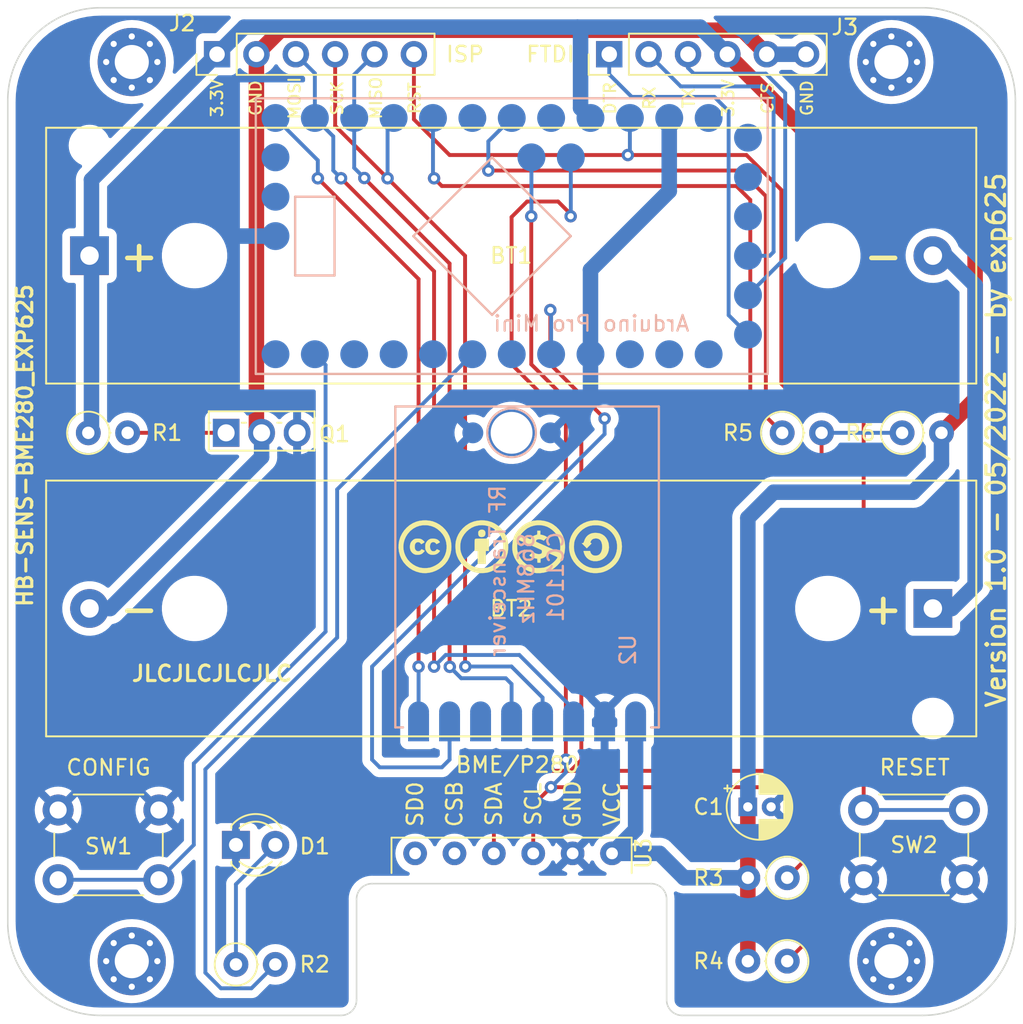
<source format=kicad_pcb>
(kicad_pcb (version 20211014) (generator pcbnew)
  (title_block (title "HB-SENS-BME280_EXP625") (date "2022-05-02") (rev "1.0") (company "exp625") (comment 1 "specific to one bme280 chip, everything else removed") (comment 2 "surface mount installation of the the modules") (comment 3 "derived from FUEL4EP's HB-UNI-SEN-BATT_FUEL4EP: major changes:") (comment 4 "Creative Commons License, non-commercial"))
  (layers (0 "F.Cu" signal) (31 "B.Cu" signal) (34 "B.Paste" user) (35 "F.Paste" user) (36 "B.SilkS" user "B.Silkscreen") (37 "F.SilkS" user "F.Silkscreen") (38 "B.Mask" user) (39 "F.Mask" user) (44 "Edge.Cuts" user))
  (net 0 "")
  (net 1 "VCC")
  (net 2 "Net-(BT1-Pad2)")
  (net 3 "Net-(D1-Pad2)")
  (net 4 "GND")
  (net 5 "/MOSI")
  (net 6 "/SCK")
  (net 7 "/MISO")
  (net 8 "/RST")
  (net 9 "/SCL")
  (net 10 "/SDA")
  (net 11 "/SS")
  (net 12 "/RX")
  (net 13 "/D2")
  (net 14 "/TX")
  (net 15 "Net-(R2-Pad2)")
  (net 16 "/A2")
  (net 27 "/A0")
  (net 29 "Net-(SW1-Pad2)")
  (net 36 "Net-(Q1-Pad1)")
  (net 38 "/DTR")
  (net 41 "/CTS")
  (footprint "Capacitor_THT:CP_Radial_D4.0mm_P1.50mm" (layer "F.Cu") (at 160.34 114.3)
    (fp_text reference "C1" (at -2.54 0) (layer "F.SilkS"))
    (fp_text value "10uF")
    (pad "1" thru_hole rect (at 0 0) (size 1.2 1.2) (drill 0.6) (layers *.Cu *.Mask) (net 1 "VCC"))
    (pad "2" thru_hole circle (at 1.5 0) (size 1.2 1.2) (drill 0.6) (layers *.Cu *.Mask) (net 4 "GND"))
  )
  (footprint "HB-SEN-BME280_EXP625:BatterHolder_6S-AA" (layer "F.Cu") (at 145.075 101.5 180)
    (fp_text reference "BT2" (at 0 0 180) (layer "F.SilkS"))
    (fp_text value "AA")
    (fp_text user "+" (at -24 0 180) (layer "F.SilkS") (effects (font (size 2 2) (thickness 0.3))))
    (fp_text user "-" (at 24 0 180) (layer "F.SilkS") (effects (font (size 2 2) (thickness 0.3))))
    (pad "" np_thru_hole circle (at -27.2 -7.1 180) (size 1.67 1.67) (drill 1.67) (layers *.Cu *.Mask))
    (pad "" np_thru_hole circle (at -20.425 0 180) (size 3.2 3.2) (drill 3.2) (layers *.Cu *.Mask))
    (pad "" np_thru_hole circle (at 20.425 0 180) (size 3.2 3.2) (drill 3.2) (layers *.Cu *.Mask))
    (pad "1" thru_hole rect (at -27.2 0) (size 2.5 2.5) (drill 1.19) (layers *.Cu *.Mask) (net 2 "Net-(BT1-Pad2)"))
    (pad "2" thru_hole circle (at 27.2 0) (size 2.5 2.5) (drill 1.19) (layers *.Cu *.Mask) (net 41 "/CTS"))
  )
  (footprint "Connector_PinHeader_2.54mm:PinHeader_1x06_P2.54mm_Vertical" (layer "F.Cu") (at 151.4 65.75 90)
    (fp_text reference "J3" (at 1.75 15.2) (layer "F.SilkS"))
    (fp_text value "FTDI" (at 0 -3.8) (layer "F.SilkS"))
    (fp_text user "TX" (at -2.83 5.13 90 unlocked) (layer "F.SilkS") (effects (font (size 0.75 0.75) (thickness 0.125))))
    (fp_text user "RX" (at -2.83 2.59 90 unlocked) (layer "F.SilkS") (effects (font (size 0.75 0.75) (thickness 0.125))))
    (fp_text user "DTR" (at -2.83 0.05 90 unlocked) (layer "F.SilkS") (effects (font (size 0.75 0.75) (thickness 0.125))))
    (fp_text user "CTS" (at -2.83 10.21 90 unlocked) (layer "F.SilkS") (effects (font (size 0.75 0.75) (thickness 0.125))))
    (fp_text user "3.3V" (at -2.83 7.67 90 unlocked) (layer "F.SilkS") (effects (font (size 0.75 0.75) (thickness 0.125))))
    (fp_text user "GND" (at -2.83 12.75 90 unlocked) (layer "F.SilkS") (effects (font (size 0.75 0.75) (thickness 0.125))))
    (pad "1" thru_hole rect (at 0 0 90) (size 1.7 1.7) (drill 1) (layers *.Cu *.Mask) (net 38 "/DTR"))
    (pad "2" thru_hole oval (at 0 2.54 90) (size 1.7 1.7) (drill 1) (layers *.Cu *.Mask) (net 12 "/RX"))
    (pad "3" thru_hole oval (at 0 5.08 90) (size 1.7 1.7) (drill 1) (layers *.Cu *.Mask) (net 14 "/TX"))
    (pad "4" thru_hole oval (at 0 7.62 90) (size 1.7 1.7) (drill 1) (layers *.Cu *.Mask) (net 1 "VCC"))
    (pad "5" thru_hole oval (at 0 10.16 90) (size 1.7 1.7) (drill 1) (layers *.Cu *.Mask) (net 41 "/CTS"))
    (pad "6" thru_hole oval (at 0 12.7 90) (size 1.7 1.7) (drill 1) (layers *.Cu *.Mask) (net 41 "/CTS"))
  )
  (footprint "MountingHole:MountingHole_2.2mm_M2_Pad_Via" (layer "F.Cu") (at 120.6 66.25)
    (fp_text reference "H1" hide)
    (fp_text value "MountingHole")
    (pad "1" thru_hole circle (at -1.166726 -1.166726) (size 0.7 0.7) (drill 0.4) (layers *.Cu *.Mask))
    (pad "1" thru_hole circle (at 1.166726 1.166726) (size 0.7 0.7) (drill 0.4) (layers *.Cu *.Mask))
    (pad "1" thru_hole circle (at -1.65 0) (size 0.7 0.7) (drill 0.4) (layers *.Cu *.Mask))
    (pad "1" thru_hole circle (at -1.166726 1.166726) (size 0.7 0.7) (drill 0.4) (layers *.Cu *.Mask))
    (pad "1" thru_hole circle (at 0 0) (size 4.4 4.4) (drill 2.2) (layers *.Cu *.Mask))
    (pad "1" thru_hole circle (at 0 1.65) (size 0.7 0.7) (drill 0.4) (layers *.Cu *.Mask))
    (pad "1" thru_hole circle (at 0 -1.65) (size 0.7 0.7) (drill 0.4) (layers *.Cu *.Mask))
    (pad "1" thru_hole circle (at 1.65 0) (size 0.7 0.7) (drill 0.4) (layers *.Cu *.Mask))
    (pad "1" thru_hole circle (at 1.166726 -1.166726) (size 0.7 0.7) (drill 0.4) (layers *.Cu *.Mask))
  )
  (footprint "Resistor_THT:R_Axial_DIN0207_L6.3mm_D2.5mm_P2.54mm_Vertical" (layer "F.Cu") (at 162.88 124.25 180)
    (fp_text reference "R4" (at 5.08 0) (layer "F.SilkS"))
    (fp_text value "10k")
    (pad "1" thru_hole circle (at 0 0 180) (size 1.6 1.6) (drill 0.8) (layers *.Cu *.Mask) (net 10 "/SDA"))
    (pad "2" thru_hole oval (at 2.54 0 180) (size 1.6 1.6) (drill 0.8) (layers *.Cu *.Mask) (net 1 "VCC"))
  )
  (footprint "HB-SEN-BME280_EXP625:CC-BY-ND-SA" (layer "F.Cu") (at 145 97.5)
    (fp_text reference "LOGO1" hide)
    (fp_text value "Logo_Open_Hardware_Small" hide)
  )
  (footprint "Package_TO_SOT_THT:TO-251-3_Vertical" (layer "F.Cu") (at 126.685 90.17)
    (fp_text reference "Q1" (at 6.985 0.08) (layer "F.SilkS"))
    (fp_text value "IRLU024N")
    (pad "1" thru_hole rect (at 0 0) (size 1.7175 1.8) (drill 1.1) (layers *.Cu *.Mask) (net 36 "Net-(Q1-Pad1)"))
    (pad "2" thru_hole oval (at 2.29 0) (size 1.7175 1.8) (drill 1.1) (layers *.Cu *.Mask) (net 41 "/CTS"))
    (pad "3" thru_hole oval (at 4.58 0) (size 1.7175 1.8) (drill 1.1) (layers *.Cu *.Mask) (net 4 "GND"))
  )
  (footprint "Resistor_THT:R_Axial_DIN0207_L6.3mm_D2.5mm_P2.54mm_Vertical" (layer "F.Cu") (at 170.29 90.17)
    (fp_text reference "R6" (at -2.69 0) (layer "F.SilkS"))
    (fp_text value "47k")
    (pad "1" thru_hole circle (at 0 0) (size 1.6 1.6) (drill 0.8) (layers *.Cu *.Mask) (net 27 "/A0"))
    (pad "2" thru_hole oval (at 2.54 0) (size 1.6 1.6) (drill 0.8) (layers *.Cu *.Mask) (net 1 "VCC"))
  )
  (footprint "MountingHole:MountingHole_2.2mm_M2_Pad_Via" (layer "F.Cu") (at 169.6 124.25)
    (fp_text reference "H4" hide)
    (fp_text value "MountingHole")
    (pad "1" thru_hole circle (at -1.65 0) (size 0.7 0.7) (drill 0.4) (layers *.Cu *.Mask))
    (pad "1" thru_hole circle (at -1.166726 1.166726) (size 0.7 0.7) (drill 0.4) (layers *.Cu *.Mask))
    (pad "1" thru_hole circle (at 1.65 0) (size 0.7 0.7) (drill 0.4) (layers *.Cu *.Mask))
    (pad "1" thru_hole circle (at 0 1.65) (size 0.7 0.7) (drill 0.4) (layers *.Cu *.Mask))
    (pad "1" thru_hole circle (at 0 0) (size 4.4 4.4) (drill 2.2) (layers *.Cu *.Mask))
    (pad "1" thru_hole circle (at -1.166726 -1.166726) (size 0.7 0.7) (drill 0.4) (layers *.Cu *.Mask))
    (pad "1" thru_hole circle (at 0 -1.65) (size 0.7 0.7) (drill 0.4) (layers *.Cu *.Mask))
    (pad "1" thru_hole circle (at 1.166726 1.166726) (size 0.7 0.7) (drill 0.4) (layers *.Cu *.Mask))
    (pad "1" thru_hole circle (at 1.166726 -1.166726) (size 0.7 0.7) (drill 0.4) (layers *.Cu *.Mask))
  )
  (footprint "Resistor_THT:R_Axial_DIN0207_L6.3mm_D2.5mm_P2.54mm_Vertical" (layer "F.Cu") (at 162.88 118.872 180)
    (fp_text reference "R3" (at 5.08 0) (layer "F.SilkS"))
    (fp_text value "10k")
    (pad "1" thru_hole circle (at 0 0 180) (size 1.6 1.6) (drill 0.8) (layers *.Cu *.Mask) (net 9 "/SCL"))
    (pad "2" thru_hole oval (at 2.54 0 180) (size 1.6 1.6) (drill 0.8) (layers *.Cu *.Mask) (net 1 "VCC"))
  )
  (footprint "HB-SEN-BME280_EXP625:module_bme280" (layer "F.Cu") (at 139.131 122.377 -90)
    (fp_text reference "U3" (at -5.08 -14.478 -90) (layer "F.SilkS"))
    (fp_text value "BME280")
    (fp_text user "GND" (at -8.255 -9.906 -90) (layer "F.SilkS"))
    (fp_text user "SD0" (at -8.255 0.254 -90) (layer "F.SilkS"))
    (fp_text user "CSB" (at -8.255 -2.286 -90) (layer "F.SilkS"))
    (fp_text user "SDA" (at -8.255 -4.826 -90) (layer "F.SilkS"))
    (fp_text user "VCC" (at -8.255 -12.446 -90) (layer "F.SilkS"))
    (fp_text user "BME/P280" (at -10.795 -6.35 -180) (layer "F.SilkS"))
    (fp_text user "SCL" (at -8.255 -7.366 -90) (layer "F.SilkS"))
    (pad "1" thru_hole circle (at -5.08 -12.446 270) (size 1.524 1.524) (drill 0.762) (layers *.Cu *.Mask) (net 1 "VCC"))
    (pad "2" thru_hole circle (at -5.08 -9.906 270) (size 1.524 1.524) (drill 0.762) (layers *.Cu *.Mask) (net 4 "GND"))
    (pad "3" thru_hole circle (at -5.08 -7.366 270) (size 1.524 1.524) (drill 0.762) (layers *.Cu *.Mask) (net 9 "/SCL"))
    (pad "4" thru_hole circle (at -5.08 -4.826 270) (size 1.524 1.524) (drill 0.762) (layers *.Cu *.Mask) (net 10 "/SDA"))
    (pad "5" thru_hole circle (at -5.08 -2.286 270) (size 1.524 1.524) (drill 0.762) (layers *.Cu *.Mask))
    (pad "6" thru_hole circle (at -5.08 0.254 270) (size 1.524 1.524) (drill 0.762) (layers *.Cu *.Mask))
  )
  (footprint "LED_THT:LED_D3.0mm" (layer "F.Cu") (at 127.32 116.75)
    (fp_text reference "D1" (at 5.08 0.09) (layer "F.SilkS"))
    (fp_text value "LED")
    (pad "1" thru_hole rect (at 0 0) (size 1.8 1.8) (drill 0.9) (layers *.Cu *.Mask) (net 4 "GND"))
    (pad "2" thru_hole circle (at 2.54 0) (size 1.8 1.8) (drill 0.9) (layers *.Cu *.Mask) (net 3 "Net-(D1-Pad2)"))
  )
  (footprint "Button_Switch_THT:SW_PUSH_6mm_H5mm" (layer "F.Cu") (at 115.85 114.5)
    (fp_text reference "SW1" (at 3.25 2.34) (layer "F.SilkS"))
    (fp_text value "CONFIG" (at 3.25 -2.74) (layer "F.SilkS"))
    (pad "1" thru_hole circle (at 6.5 0 90) (size 2 2) (drill 1.1) (layers *.Cu *.Mask) (net 4 "GND"))
    (pad "1" thru_hole circle (at 0 0 90) (size 2 2) (drill 1.1) (layers *.Cu *.Mask) (net 4 "GND"))
    (pad "2" thru_hole circle (at 6.5 4.5 90) (size 2 2) (drill 1.1) (layers *.Cu *.Mask) (net 29 "Net-(SW1-Pad2)"))
    (pad "2" thru_hole circle (at 0 4.5 90) (size 2 2) (drill 1.1) (layers *.Cu *.Mask) (net 29 "Net-(SW1-Pad2)"))
  )
  (footprint "Button_Switch_THT:SW_PUSH_6mm_H5mm" (layer "F.Cu") (at 167.81 114.5)
    (fp_text reference "SW2" (at 3.25 2.25) (layer "F.SilkS"))
    (fp_text value "RESET" (at 3.29 -2.75) (layer "F.SilkS"))
    (pad "1" thru_hole circle (at 6.5 0 90) (size 2 2) (drill 1.1) (layers *.Cu *.Mask) (net 8 "/RST"))
    (pad "1" thru_hole circle (at 0 0 90) (size 2 2) (drill 1.1) (layers *.Cu *.Mask) (net 8 "/RST"))
    (pad "2" thru_hole circle (at 0 4.5 90) (size 2 2) (drill 1.1) (layers *.Cu *.Mask) (net 4 "GND"))
    (pad "2" thru_hole circle (at 6.5 4.5 90) (size 2 2) (drill 1.1) (layers *.Cu *.Mask) (net 4 "GND"))
  )
  (footprint "Resistor_THT:R_Axial_DIN0207_L6.3mm_D2.5mm_P2.54mm_Vertical" (layer "F.Cu") (at 162.555 90.17)
    (fp_text reference "R5" (at -2.85 0) (layer "F.SilkS"))
    (fp_text value "100k")
    (pad "1" thru_hole circle (at 0 0) (size 1.6 1.6) (drill 0.8) (layers *.Cu *.Mask) (net 16 "/A2"))
    (pad "2" thru_hole oval (at 2.54 0) (size 1.6 1.6) (drill 0.8) (layers *.Cu *.Mask) (net 27 "/A0"))
  )
  (footprint "Resistor_THT:R_Axial_DIN0207_L6.3mm_D2.5mm_P2.54mm_Vertical" (layer "F.Cu") (at 117.795 90.17)
    (fp_text reference "R1" (at 5.08 0) (layer "F.SilkS"))
    (fp_text value "100K")
    (pad "1" thru_hole circle (at 0 0) (size 1.6 1.6) (drill 0.8) (layers *.Cu *.Mask) (net 1 "VCC"))
    (pad "2" thru_hole oval (at 2.54 0) (size 1.6 1.6) (drill 0.8) (layers *.Cu *.Mask) (net 36 "Net-(Q1-Pad1)"))
  )
  (footprint "MountingHole:MountingHole_2.2mm_M2_Pad_Via" (layer "F.Cu") (at 169.6 66.25)
    (fp_text reference "H2" hide)
    (fp_text value "MountingHole")
    (pad "1" thru_hole circle (at -1.166726 1.166726) (size 0.7 0.7) (drill 0.4) (layers *.Cu *.Mask))
    (pad "1" thru_hole circle (at -1.166726 -1.166726) (size 0.7 0.7) (drill 0.4) (layers *.Cu *.Mask))
    (pad "1" thru_hole circle (at 1.65 0) (size 0.7 0.7) (drill 0.4) (layers *.Cu *.Mask))
    (pad "1" thru_hole circle (at 0 -1.65) (size 0.7 0.7) (drill 0.4) (layers *.Cu *.Mask))
    (pad "1" thru_hole circle (at 0 0) (size 4.4 4.4) (drill 2.2) (layers *.Cu *.Mask))
    (pad "1" thru_hole circle (at 0 1.65) (size 0.7 0.7) (drill 0.4) (layers *.Cu *.Mask))
    (pad "1" thru_hole circle (at 1.166726 1.166726) (size 0.7 0.7) (drill 0.4) (layers *.Cu *.Mask))
    (pad "1" thru_hole circle (at -1.65 0) (size 0.7 0.7) (drill 0.4) (layers *.Cu *.Mask))
    (pad "1" thru_hole circle (at 1.166726 -1.166726) (size 0.7 0.7) (drill 0.4) (layers *.Cu *.Mask))
  )
  (footprint "MountingHole:MountingHole_2.2mm_M2_Pad_Via" (layer "F.Cu") (at 120.6 124.25)
    (fp_text reference "H3" hide)
    (fp_text value "MountingHole")
    (pad "1" thru_hole circle (at -1.166726 -1.166726) (size 0.7 0.7) (drill 0.4) (layers *.Cu *.Mask))
    (pad "1" thru_hole circle (at 0 1.65) (size 0.7 0.7) (drill 0.4) (layers *.Cu *.Mask))
    (pad "1" thru_hole circle (at -1.65 0) (size 0.7 0.7) (drill 0.4) (layers *.Cu *.Mask))
    (pad "1" thru_hole circle (at 1.65 0) (size 0.7 0.7) (drill 0.4) (layers *.Cu *.Mask))
    (pad "1" thru_hole circle (at 1.166726 1.166726) (size 0.7 0.7) (drill 0.4) (layers *.Cu *.Mask))
    (pad "1" thru_hole circle (at 0 0) (size 4.4 4.4) (drill 2.2) (layers *.Cu *.Mask))
    (pad "1" thru_hole circle (at 1.166726 -1.166726) (size 0.7 0.7) (drill 0.4) (layers *.Cu *.Mask))
    (pad "1" thru_hole circle (at -1.166726 1.166726) (size 0.7 0.7) (drill 0.4) (layers *.Cu *.Mask))
    (pad "1" thru_hole circle (at 0 -1.65) (size 0.7 0.7) (drill 0.4) (layers *.Cu *.Mask))
  )
  (footprint "HB-SEN-BME280_EXP625:BatterHolder_6S-AA" (layer "F.Cu") (at 145.075 78.74)
    (fp_text reference "BT1" (at 0 0) (layer "F.SilkS"))
    (fp_text value "AA")
    (fp_text user "+" (at -24 0) (layer "F.SilkS") (effects (font (size 2 2) (thickness 0.3))))
    (fp_text user "-" (at 24 0) (layer "F.SilkS") (effects (font (size 2 2) (thickness 0.3))))
    (pad "" np_thru_hole circle (at 20.425 0) (size 3.2 3.2) (drill 3.2) (layers *.Cu *.Mask))
    (pad "" np_thru_hole circle (at -27.2 -7.1) (size 1.67 1.67) (drill 1.67) (layers *.Cu *.Mask))
    (pad "" np_thru_hole circle (at -20.425 0) (size 3.2 3.2) (drill 3.2) (layers *.Cu *.Mask))
    (pad "1" thru_hole rect (at -27.2 0 180) (size 2.5 2.5) (drill 1.19) (layers *.Cu *.Mask) (net 1 "VCC"))
    (pad "2" thru_hole circle (at 27.2 0 180) (size 2.5 2.5) (drill 1.19) (layers *.Cu *.Mask) (net 2 "Net-(BT1-Pad2)"))
  )
  (footprint "Resistor_THT:R_Axial_DIN0207_L6.3mm_D2.5mm_P2.54mm_Vertical" (layer "F.Cu") (at 127.32 124.46)
    (fp_text reference "R2" (at 5.08 0) (layer "F.SilkS"))
    (fp_text value "470")
    (pad "1" thru_hole circle (at 0 0) (size 1.6 1.6) (drill 0.8) (layers *.Cu *.Mask) (net 3 "Net-(D1-Pad2)"))
    (pad "2" thru_hole oval (at 2.54 0) (size 1.6 1.6) (drill 0.8) (layers *.Cu *.Mask) (net 15 "Net-(R2-Pad2)"))
  )
  (footprint "Connector_PinHeader_2.54mm:PinHeader_1x06_P2.54mm_Vertical" (layer "F.Cu") (at 126.1 65.75 90)
    (fp_text reference "J2" (at 2 -2.25) (layer "F.SilkS"))
    (fp_text value "ISP" (at 0 16) (layer "F.SilkS"))
    (fp_text user "MISO" (at -2.83 10.25 90 unlocked) (layer "F.SilkS") (effects (font (size 0.75 0.75) (thickness 0.125))))
    (fp_text user "GND" (at -2.83 2.49 90 unlocked) (layer "F.SilkS") (effects (font (size 0.75 0.75) (thickness 0.125))))
    (fp_text user "SCK" (at -2.83 7.75 90 unlocked) (layer "F.SilkS") (effects (font (size 0.75 0.75) (thickness 0.125))))
    (fp_text user "3.3V" (at -2.83 0 90 unlocked) (layer "F.SilkS") (effects (font (size 0.75 0.75) (thickness 0.125))))
    (fp_text user "RST" (at -2.83 12.75 90 unlocked) (layer "F.SilkS") (effects (font (size 0.75 0.75) (thickness 0.125))))
    (fp_text user "MOSI" (at -2.83 5 90 unlocked) (layer "F.SilkS") (effects (font (size 0.75 0.75) (thickness 0.125))))
    (pad "1" thru_hole rect (at 0 0 90) (size 1.7 1.7) (drill 1) (layers *.Cu *.Mask) (net 1 "VCC"))
    (pad "2" thru_hole oval (at 0 2.54 90) (size 1.7 1.7) (drill 1) (layers *.Cu *.Mask) (net 41 "/CTS"))
    (pad "3" thru_hole oval (at 0 5.08 90) (size 1.7 1.7) (drill 1) (layers *.Cu *.Mask) (net 5 "/MOSI"))
    (pad "4" thru_hole oval (at 0 7.62 90) (size 1.7 1.7) (drill 1) (layers *.Cu *.Mask) (net 6 "/SCK"))
    (pad "5" thru_hole oval (at 0 10.16 90) (size 1.7 1.7) (drill 1) (layers *.Cu *.Mask) (net 7 "/MISO"))
    (pad "6" thru_hole oval (at 0 12.7 90) (size 1.7 1.7) (drill 1) (layers *.Cu *.Mask) (net 8 "/RST"))
  )
  (footprint "HB-SEN-BME280_EXP625:ArduinoProMini" (layer "B.Cu") (at 128.6 86.37)
    (fp_text reference "U1" hide)
    (fp_text value "Arduino_Pro_Mini_328P")
    (fp_text user "Arduino Pro Mini" (at 21.65 -3.25 180) (layer "B.SilkS") (effects (justify mirror)))
    (pad "1A" smd circle (at 29.21 -16.51) (size 1.8 1.8) (layers "B.Cu" "B.Paste" "B.Mask"))
    (pad "1B" smd circle (at 1.27 -8.89) (size 1.8 1.8) (layers "B.Cu" "B.Paste" "B.Mask") (net 4 "GND"))
    (pad "1C" smd circle (at 29.21 -1.27) (size 1.8 1.8) (layers "B.Cu" "B.Paste" "B.Mask"))
    (pad "1D" smd circle (at 31.75 -2.54) (size 1.8 1.8) (layers "B.Cu" "B.Paste" "B.Mask") (net 38 "/DTR"))
    (pad "1E" smd circle (at 20.32 -13.97) (size 1.8 1.8) (layers "B.Cu" "B.Paste" "B.Mask") (net 9 "/SCL"))
    (pad "2A" smd circle (at 26.67 -16.51) (size 1.8 1.8) (layers "B.Cu" "B.Paste" "B.Mask") (net 4 "GND"))
    (pad "2B" smd circle (at 1.27 -11.43) (size 1.8 1.8) (layers "B.Cu" "B.Paste" "B.Mask"))
    (pad "2C" smd circle (at 26.67 -1.27) (size 1.8 1.8) (layers "B.Cu" "B.Paste" "B.Mask"))
    (pad "2D" smd circle (at 31.75 -5.08) (size 1.8 1.8) (layers "B.Cu" "B.Paste" "B.Mask") (net 14 "/TX"))
    (pad "2E" smd circle (at 17.78 -13.97) (size 1.8 1.8) (layers "B.Cu" "B.Paste" "B.Mask") (net 10 "/SDA"))
    (pad "3A" smd circle (at 24.13 -16.51) (size 1.8 1.8) (layers "B.Cu" "B.Paste" "B.Mask") (net 8 "/RST"))
    (pad "3B" smd circle (at 1.27 -13.97) (size 1.8 1.8) (layers "B.Cu" "B.Paste" "B.Mask"))
    (pad "3C" smd circle (at 24.13 -1.27) (size 1.8 1.8) (layers "B.Cu" "B.Paste" "B.Mask"))
    (pad "3D" smd circle (at 31.75 -7.62) (size 1.8 1.8) (layers "B.Cu" "B.Paste" "B.Mask") (net 12 "/RX"))
    (pad "4A" smd circle (at 21.59 -16.51) (size 1.8 1.8) (layers "B.Cu" "B.Paste" "B.Mask") (net 1 "VCC"))
    (pad "4C" smd circle (at 21.59 -1.27) (size 1.8 1.8) (layers "B.Cu" "B.Paste" "B.Mask") (net 4 "GND"))
    (pad "4D" smd circle (at 31.75 -10.16) (size 1.8 1.8) (layers "B.Cu" "B.Paste" "B.Mask"))
    (pad "5A" smd circle (at 19.05 -16.51) (size 1.8 1.8) (layers "B.Cu" "B.Paste" "B.Mask"))
    (pad "5C" smd circle (at 19.05 -1.27) (size 1.8 1.8) (layers "B.Cu" "B.Paste" "B.Mask") (net 13 "/D2"))
    (pad "5D" smd circle (at 31.75 -12.7) (size 1.8 1.8) (layers "B.Cu" "B.Paste" "B.Mask"))
    (pad "6A" smd circle (at 16.51 -16.51) (size 1.8 1.8) (layers "B.Cu" "B.Paste" "B.Mask") (net 16 "/A2"))
    (pad "6C" smd circle (at 16.51 -1.27) (size 1.8 1.8) (layers "B.Cu" "B.Paste" "B.Mask"))
    (pad "6D" smd circle (at 31.75 -15.24) (size 1.8 1.8) (layers "B.Cu" "B.Paste" "B.Mask"))
    (pad "7A" smd circle (at 13.97 -16.51) (size 1.8 1.8) (layers "B.Cu" "B.Paste" "B.Mask"))
    (pad "7C" smd circle (at 13.97 -1.27) (size 1.8 1.8) (layers "B.Cu" "B.Paste" "B.Mask") (net 15 "Net-(R2-Pad2)"))
    (pad "8A" smd circle (at 11.43 -16.51) (size 1.8 1.8) (layers "B.Cu" "B.Paste" "B.Mask") (net 27 "/A0"))
    (pad "8C" smd circle (at 11.43 -1.27) (size 1.8 1.8) (layers "B.Cu" "B.Paste" "B.Mask"))
    (pad "9A" smd circle (at 8.89 -16.51) (size 1.8 1.8) (layers "B.Cu" "B.Paste" "B.Mask") (net 6 "/SCK"))
    (pad "9C" smd circle (at 8.89 -1.27) (size 1.8 1.8) (layers "B.Cu" "B.Paste" "B.Mask"))
    (pad "10A" smd circle (at 6.35 -16.51) (size 1.8 1.8) (layers "B.Cu" "B.Paste" "B.Mask") (net 7 "/MISO"))
    (pad "10C" smd circle (at 6.35 -1.27) (size 1.8 1.8) (layers "B.Cu" "B.Paste" "B.Mask"))
    (pad "11A" smd circle (at 3.81 -16.51) (size 1.8 1.8) (layers "B.Cu" "B.Paste" "B.Mask") (net 5 "/MOSI"))
    (pad "11C" smd circle (at 3.81 -1.27) (size 1.8 1.8) (layers "B.Cu" "B.Paste" "B.Mask") (net 29 "Net-(SW1-Pad2)"))
    (pad "12A" smd circle (at 1.27 -16.51) (size 1.8 1.8) (layers "B.Cu" "B.Paste" "B.Mask") (net 11 "/SS"))
    (pad "12C" smd circle (at 1.27 -1.27) (size 1.8 1.8) (layers "B.Cu" "B.Paste" "B.Mask"))
  )
  (footprint "HB-SEN-BME280_EXP625:CC1101" (layer "B.Cu") (at 154.6 110.67 90)
    (fp_text reference "U2" (at 6.5 -2 270) (layer "B.SilkS") (effects (justify mirror)))
    (fp_text value "CC1101")
    (fp_text user "CC1101" (at 11.2 -6.65 270) (layer "B.SilkS") (effects (justify mirror)))
    (fp_text user "868MHz" (at 11.1 -8.55 270) (layer "B.SilkS") (effects (justify mirror)))
    (fp_text user "RF Transceiver" (at 11.6 -10.4 270) (layer "B.SilkS") (effects (justify mirror)))
    (pad "1A" smd circle (at 20.5 -7 90) (size 1.35 1.35) (layers "B.Cu" "B.Paste" "B.Mask") (net 4 "GND"))
    (pad "1C" smd circle (at 2.5 -1.5 90) (size 1.35 1.35) (layers "B.Cu" "B.Paste" "B.Mask") (net 1 "VCC"))
    (pad "1C" connect rect (at 1.5 -1.5 90) (size 1.8 1.35) (layers "B.Cu" "B.Mask") (net 1 "VCC"))
    (pad "2A" thru_hole circle (at 20.5 -9.5 90) (size 3 3) (drill 2.7) (layers *.Cu *.Mask))
    (pad "2C" smd circle (at 2.5 -3.5 90) (size 1.35 1.35) (layers "B.Cu" "B.Paste" "B.Mask") (net 4 "GND"))
    (pad "2C" connect rect (at 1.5 -3.5 90) (size 1.8 1.35) (layers "B.Cu" "B.Mask") (net 4 "GND"))
    (pad "3A" smd circle (at 20.5 -12 90) (size 1.35 1.35) (layers "B.Cu" "B.Paste" "B.Mask") (net 4 "GND"))
    (pad "3C" smd circle (at 2.5 -5.5 90) (size 1.35 1.35) (layers "B.Cu" "B.Paste" "B.Mask") (net 5 "/MOSI"))
    (pad "3C" connect rect (at 1.5 -5.5 90) (size 1.8 1.35) (layers "B.Cu" "B.Mask") (net 5 "/MOSI"))
    (pad "4C" smd circle (at 2.5 -7.5 90) (size 1.35 1.35) (layers "B.Cu" "B.Paste" "B.Mask") (net 6 "/SCK"))
    (pad "4C" connect rect (at 1.5 -7.5 90) (size 1.8 1.35) (layers "B.Cu" "B.Mask") (net 6 "/SCK"))
    (pad "5C" smd circle (at 2.5 -9.5 90) (size 1.35 1.35) (layers "B.Cu" "B.Paste" "B.Mask") (net 7 "/MISO"))
    (pad "5C" connect rect (at 1.5 -9.5 90) (size 1.8 1.35) (layers "B.Cu" "B.Mask") (net 7 "/MISO"))
    (pad "6C" connect rect (at 1.5 -11.5 90) (size 1.8 1.35) (layers "B.Cu" "B.Mask"))
    (pad "6C" smd circle (at 2.5 -11.5 90) (size 1.35 1.35) (layers "B.Cu" "B.Paste" "B.Mask"))
    (pad "7C" connect rect (at 1.5 -13.5 90) (size 1.8 1.35) (layers "B.Cu" "B.Mask") (net 13 "/D2"))
    (pad "7C" smd circle (at 2.5 -13.5 90) (size 1.35 1.35) (layers "B.Cu" "B.Paste" "B.Mask") (net 13 "/D2"))
    (pad "8C" connect rect (at 1.5 -15.5 90) (size 1.8 1.35) (layers "B.Cu" "B.Mask") (net 11 "/SS"))
    (pad "8C" smd circle (at 2.5 -15.5 90) (size 1.35 1.35) (layers "B.Cu" "B.Paste" "B.Mask") (net 11 "/SS"))
  )
  (gr_arc (start 154.1 119.25) (mid 154.807107 119.542893) (end 155.1 120.25) (layer "Edge.Cuts") (width 0.1))
  (gr_arc (start 171.6 62.75) (mid 175.842641 64.507359) (end 177.6 68.75) (layer "Edge.Cuts") (width 0.1))
  (gr_arc (start 177.6 121.75) (mid 175.842641 125.992641) (end 171.6 127.75) (layer "Edge.Cuts") (width 0.1))
  (gr_line (start 136.1 119.25) (end 154.1 119.25) (layer "Edge.Cuts") (width 0.1))
  (gr_arc (start 112.6 68.75) (mid 114.357359 64.507359) (end 118.6 62.75) (layer "Edge.Cuts") (width 0.1))
  (gr_line (start 135.1 126.75) (end 135.1 120.25) (layer "Edge.Cuts") (width 0.1))
  (gr_line (start 155.1 120.25) (end 155.1 126.75) (layer "Edge.Cuts") (width 0.1))
  (gr_line (start 177.6 68.75) (end 177.6 121.75) (layer "Edge.Cuts") (width 0.1))
  (gr_line (start 112.6 68.75) (end 112.6 121.75) (layer "Edge.Cuts") (width 0.1))
  (gr_arc (start 135.1 120.25) (mid 135.392893 119.542893) (end 136.1 119.25) (layer "Edge.Cuts") (width 0.1))
  (gr_arc (start 156.1 127.75) (mid 155.392893 127.457107) (end 155.1 126.75) (layer "Edge.Cuts") (width 0.1))
  (gr_line (start 156.1 127.75) (end 171.6 127.75) (layer "Edge.Cuts") (width 0.1))
  (gr_arc (start 135.1 126.75) (mid 134.807107 127.457107) (end 134.1 127.75) (layer "Edge.Cuts") (width 0.1))
  (gr_arc (start 118.6 127.75) (mid 114.357359 125.992641) (end 112.6 121.75) (layer "Edge.Cuts") (width 0.1))
  (gr_line (start 118.6 62.75) (end 171.6 62.75) (layer "Edge.Cuts") (width 0.1))
  (gr_line (start 118.6 127.75) (end 134.1 127.75) (layer "Edge.Cuts") (width 0.1))
  (gr_text "Version 1.0 - 05/2022 - by exp625\n" (at 176.35 108 90) (layer "F.SilkS") (effects (font (size 1.2 1.2) (thickness 0.2)) (justify left)))
  (gr_text "JLCJLCJLCJLC\n\n" (at 120.5 106.5) (layer "F.SilkS") (effects (font (size 1 1) (thickness 0.2)) (justify left)))
  (gr_text "HB-SENS-BME280_EXP625\n\n" (at 114.5 101.5 90) (layer "F.SilkS") (effects (font (size 1 1) (thickness 0.2)) (justify left)))
  (segment (start 159.02 65.75) (end 164.27 71) (width 1) (layer "F.Cu") (net 1))
  (segment (start 173 71) (end 175 73) (width 1) (layer "F.Cu") (net 1))
  (segment (start 175 88) (end 172.83 90.17) (width 1) (layer "F.Cu") (net 1))
  (segment (start 175 73) (end 175 88) (width 1) (layer "F.Cu") (net 1))
  (segment (start 164.27 71) (end 173 71) (width 1) (layer "F.Cu") (net 1))
  (segment (start 160.34 114.3) (end 160.34 124.25) (width 1) (layer "F.Cu") (net 1))
  (segment (start 151.577 117.297) (end 154.647 117.297) (width 1) (layer "B.Cu") (net 1))
  (segment (start 153.1 115.774) (end 153.1 108.17) (width 1) (layer "B.Cu") (net 1))
  (segment (start 160.34 95.66) (end 160.34 114.3) (width 1) (layer "B.Cu") (net 1))
  (segment (start 172.83 90.17) (end 172.83 92.17) (width 1) (layer "B.Cu") (net 1))
  (segment (start 171 94) (end 162 94) (width 1) (layer "B.Cu") (net 1))
  (segment (start 162 94) (end 160.34 95.66) (width 1) (layer "B.Cu") (net 1))
  (segment (start 151.577 117.297) (end 153.1 115.774) (width 1) (layer "B.Cu") (net 1))
  (segment (start 118 89.965) (end 117.795 90.17) (width 1) (layer "B.Cu") (net 1))
  (segment (start 157.27 64) (end 149.35 64) (width 1) (layer "B.Cu") (net 1))
  (segment (start 154.647 117.297) (end 156.222 118.872) (width 1) (layer "B.Cu") (net 1))
  (segment (start 126.1 65.75) (end 118 73.85) (width 1) (layer "B.Cu") (net 1))
  (segment (start 149.35 64) (end 127.85 64) (width 1) (layer "B.Cu") (net 1))
  (segment (start 118 73.85) (end 118 89.965) (width 1) (layer "B.Cu") (net 1))
  (segment (start 159.02 65.75) (end 157.27 64) (width 1) (layer "B.Cu") (net 1))
  (segment (start 150.19 69.86) (end 149.550489 69.220489) (width 1) (layer "B.Cu") (net 1))
  (segment (start 149.550489 64.200489) (end 149.35 64) (width 1) (layer "B.Cu") (net 1))
  (segment (start 172.83 92.17) (end 171 94) (width 1) (layer "B.Cu") (net 1))
  (segment (start 149.550489 69.220489) (end 149.550489 64.200489) (width 1) (layer "B.Cu") (net 1))
  (segment (start 156.222 118.872) (end 160.34 118.872) (width 1) (layer "B.Cu") (net 1))
  (segment (start 127.85 64) (end 126.1 65.75) (width 1) (layer "B.Cu") (net 1))
  (segment (start 173.5 101.5) (end 172.2 101.5) (width 1) (layer "B.Cu") (net 2))
  (segment (start 173.09 78.74) (end 175 80.65) (width 1) (layer "B.Cu") (net 2))
  (segment (start 172.2 78.74) (end 173.09 78.74) (width 1) (layer "B.Cu") (net 2))
  (segment (start 175 100) (end 173.5 101.5) (width 1) (layer "B.Cu") (net 2))
  (segment (start 175 80.65) (end 175 100) (width 1) (layer "B.Cu") (net 2))
  (segment (start 127.32 124.46) (end 127.32 119.29) (width 0.25) (layer "B.Cu") (net 3))
  (segment (start 127.32 119.29) (end 129.86 116.75) (width 0.25) (layer "B.Cu") (net 3))
  (segment (start 150.19 87.75) (end 150.19 79.66) (width 1) (layer "B.Cu") (net 4))
  (segment (start 155.27 74.58) (end 155.27 69.86) (width 1) (layer "B.Cu") (net 4))
  (segment (start 129.87 77.48) (end 127.6 77.48) (width 1) (layer "B.Cu") (net 4))
  (segment (start 150.19 79.66) (end 155.27 74.58) (width 1) (layer "B.Cu") (net 4))
  (segment (start 134.1 73.75) (end 140.1 79.75) (width 0.25) (layer "F.Cu") (net 5))
  (segment (start 140.1 79.75) (end 140.1 105.25) (width 0.25) (layer "F.Cu") (net 5))
  (via (at 140.1 105.25) (size 0.8) (drill 0.4) (layers "F.Cu" "B.Cu") (net 5))
  (via (at 134.1 73.75) (size 0.8) (drill 0.4) (layers "F.Cu" "B.Cu") (net 5))
  (segment (start 149.1 108) (end 149.1 108.17) (width 0.25) (layer "B.Cu") (net 5))
  (segment (start 133.6 71.05) (end 132.41 69.86) (width 0.25) (layer "B.Cu") (net 5))
  (segment (start 132.41 69.86) (end 132.41 66.98) (width 0.25) (layer "B.Cu") (net 5))
  (segment (start 133.6 73.25) (end 133.6 71.05) (width 0.25) (layer "B.Cu") (net 5))
  (segment (start 145.6 104.5) (end 149.1 108) (width 0.25) (layer "B.Cu") (net 5))
  (segment (start 132.41 66.98) (end 131.18 65.75) (width 0.25) (layer "B.Cu") (net 5))
  (segment (start 134.1 73.75) (end 133.6 73.25) (width 0.25) (layer "B.Cu") (net 5))
  (segment (start 140.1 105.25) (end 140.85 104.5) (width 0.25) (layer "B.Cu") (net 5))
  (segment (start 140.85 104.5) (end 145.6 104.5) (width 0.25) (layer "B.Cu") (net 5))
  (segment (start 142.1 78.75) (end 142.1 105.225402) (width 0.25) (layer "F.Cu") (net 6))
  (segment (start 142.1 105.225402) (end 142.118088 105.24349) (width 0.25) (layer "F.Cu") (net 6))
  (segment (start 137.1 73.75) (end 142.1 78.75) (width 0.25) (layer "F.Cu") (net 6))
  (segment (start 133.72 70.37) (end 133.72 65.75) (width 0.25) (layer "F.Cu") (net 6))
  (segment (start 137.1 73.75) (end 133.72 70.37) (width 0.25) (layer "F.Cu") (net 6))
  (via (at 137.1 73.75) (size 0.8) (drill 0.4) (layers "F.Cu" "B.Cu") (net 6))
  (via (at 142.118088 105.24349) (size 0.8) (drill 0.4) (layers "F.Cu" "B.Cu") (net 6))
  (segment (start 147.1 107.25) (end 147.1 108.17) (width 0.25) (layer "B.Cu") (net 6))
  (segment (start 145.09349 105.24349) (end 147.1 107.25) (width 0.25) (layer "B.Cu") (net 6))
  (segment (start 137.1 70.25) (end 137.49 69.86) (width 0.25) (layer "B.Cu") (net 6))
  (segment (start 137.1 73.75) (end 137.1 70.25) (width 0.25) (layer "B.Cu") (net 6))
  (segment (start 142.118088 105.24349) (end 145.09349 105.24349) (width 0.25) (layer "B.Cu") (net 6))
  (segment (start 141.1 79.25) (end 141.1 105.25) (width 0.25) (layer "F.Cu") (net 7))
  (segment (start 141.1 105.25) (end 141.112299 105.262299) (width 0.25) (layer "F.Cu") (net 7))
  (segment (start 135.6 73.75) (end 141.1 79.25) (width 0.25) (layer "F.Cu") (net 7))
  (segment (start 135.6 73.7323) (end 135.6 73.75) (width 0.25) (layer "F.Cu") (net 7))
  (via (at 141.112299 105.262299) (size 0.8) (drill 0.4) (layers "F.Cu" "B.Cu") (net 7))
  (via (at 135.6 73.7323) (size 0.8) (drill 0.4) (layers "F.Cu" "B.Cu") (net 7))
  (segment (start 145.1 106.375) (end 145.1 108.17) (width 0.25) (layer "B.Cu") (net 7))
  (segment (start 141.849984 106) (end 144.725 106) (width 0.25) (layer "B.Cu") (net 7))
  (segment (start 144.725 106) (end 145.1 106.375) (width 0.25) (layer "B.Cu") (net 7))
  (segment (start 135.6 73.7323) (end 134.95 73.0823) (width 0.25) (layer "B.Cu") (net 7))
  (segment (start 141.112299 105.262315) (end 141.849984 106) (width 0.25) (layer "B.Cu") (net 7))
  (segment (start 134.95 73.0823) (end 134.95 69.86) (width 0.25) (layer "B.Cu") (net 7))
  (segment (start 141.112299 105.262299) (end 141.112299 105.262315) (width 0.25) (layer "B.Cu") (net 7))
  (segment (start 134.95 67.06) (end 136.26 65.75) (width 0.25) (layer "B.Cu") (net 7))
  (segment (start 134.95 69.86) (end 134.95 67.06) (width 0.25) (layer "B.Cu") (net 7))
  (segment (start 138.8 69.95) (end 138.8 65.75) (width 0.25) (layer "F.Cu") (net 8))
  (segment (start 162.5 87) (end 163.5 88) (width 0.25) (layer "F.Cu") (net 8))
  (segment (start 162.5 74.5) (end 162.5 87) (width 0.25) (layer "F.Cu") (net 8))
  (segment (start 152.6 72.25) (end 141.1 72.25) (width 0.25) (layer "F.Cu") (net 8))
  (segment (start 152.6 72.25) (end 160.25 72.25) (width 0.25) (layer "F.Cu") (net 8))
  (segment (start 160.25 72.25) (end 162.5 74.5) (width 0.25) (layer "F.Cu") (net 8))
  (segment (start 163.5 88) (end 167 88) (width 0.25) (layer "F.Cu") (net 8))
  (segment (start 167.81 88.81) (end 167.81 114.5) (width 0.25) (layer "F.Cu") (net 8))
  (segment (start 141.1 72.25) (end 138.8 69.95) (width 0.25) (layer "F.Cu") (net 8))
  (segment (start 167 88) (end 167.81 88.81) (width 0.25) (layer "F.Cu") (net 8))
  (via (at 152.6 72.25) (size 0.8) (drill 0.4) (layers "F.Cu" "B.Cu") (net 8))
  (segment (start 152.73 72.12) (end 152.73 69.86) (width 0.25) (layer "B.Cu") (net 8))
  (segment (start 152.6 72.25) (end 152.73 72.12) (width 0.25) (layer "B.Cu") (net 8))
  (segment (start 167.81 114.5) (end 174.31 114.5) (width 0.25) (layer "B.Cu") (net 8))
  (segment (start 147.64 113.03) (end 146.497 114.173) (width 0.25) (layer "F.Cu") (net 9))
  (segment (start 148.6 89.25) (end 148.6 111.25) (width 0.25) (layer "F.Cu") (net 9))
  (segment (start 146.497 114.173) (end 146.497 116.825) (width 0.25) (layer "F.Cu") (net 9))
  (segment (start 162.88 113.03) (end 164.1 114.25) (width 0.25) (layer "F.Cu") (net 9))
  (segment (start 146.1 75.25) (end 145.1 76.25) (width 0.25) (layer "F.Cu") (net 9))
  (segment (start 164.1 117.652) (end 162.88 118.872) (width 0.25) (layer "F.Cu") (net 9))
  (segment (start 148.1 75.25) (end 146.1 75.25) (width 0.25) (layer "F.Cu") (net 9))
  (segment (start 145.1 76.25) (end 145.1 85.75) (width 0.25) (layer "F.Cu") (net 9))
  (segment (start 147.64 113.03) (end 162.88 113.03) (width 0.25) (layer "F.Cu") (net 9))
  (segment (start 148.91 76.06) (end 148.1 75.25) (width 0.25) (layer "F.Cu") (net 9))
  (segment (start 164.1 114.25) (end 164.1 117.652) (width 0.25) (layer "F.Cu") (net 9))
  (segment (start 145.1 85.75) (end 148.6 89.25) (width 0.25) (layer "F.Cu") (net 9))
  (segment (start 148.91 76.2) (end 148.91 76.06) (width 0.25) (layer "F.Cu") (net 9))
  (via (at 148.91 76.2) (size 0.8) (drill 0.4) (layers "F.Cu" "B.Cu") (net 9))
  (via (at 147.64 113.03) (size 0.8) (drill 0.4) (layers "F.Cu" "B.Cu") (net 9))
  (via (at 148.6 111.25) (size 0.8) (drill 0.4) (layers "F.Cu" "B.Cu") (net 9))
  (segment (start 148.92 76.19) (end 148.91 76.2) (width 0.25) (layer "B.Cu") (net 9))
  (segment (start 147.64 113.03) (end 148.6 112.07) (width 0.25) (layer "B.Cu") (net 9))
  (segment (start 148.92 72.4) (end 148.92 76.19) (width 0.25) (layer "B.Cu") (net 9))
  (segment (start 148.6 112.07) (end 148.6 111.25) (width 0.25) (layer "B.Cu") (net 9))
  (segment (start 165.1 113.75) (end 165.1 122.03) (width 0.25) (layer "F.Cu") (net 10))
  (segment (start 165.1 122.03) (end 162.88 124.25) (width 0.25) (layer "F.Cu") (net 10))
  (segment (start 146.37 76.2) (end 146.37 85.75) (width 0.25) (layer "F.Cu") (net 10))
  (segment (start 148.900103 111.974511) (end 146.155489 111.974511) (width 0.25) (layer "F.Cu") (net 10))
  (segment (start 146.37 85.75) (end 149.6 88.98) (width 0.25) (layer "F.Cu") (net 10))
  (segment (start 149.6 88.98) (end 149.6 111.274614) (width 0.25) (layer "F.Cu") (net 10))
  (segment (start 146.155489 111.974511) (end 143.957 114.173) (width 0.25) (layer "F.Cu") (net 10))
  (segment (start 163.324511 111.974511) (end 165.1 113.75) (width 0.25) (layer "F.Cu") (net 10))
  (segment (start 147.854511 111.974511) (end 163.324511 111.974511) (width 0.25) (layer "F.Cu") (net 10))
  (segment (start 149.6 111.274614) (end 148.900103 111.974511) (width 0.25) (layer "F.Cu") (net 10))
  (segment (start 143.957 114.173) (end 143.957 117.297) (width 0.25) (layer "F.Cu") (net 10))
  (via (at 146.37 76.2) (size 0.8) (drill 0.4) (layers "F.Cu" "B.Cu") (net 10))
  (segment (start 146.38 76.19) (end 146.37 76.2) (width 0.25) (layer "B.Cu") (net 10))
  (segment (start 146.38 72.4) (end 146.38 76.19) (width 0.25) (layer "B.Cu") (net 10))
  (segment (start 139.1 105.25) (end 139.1 80.25) (width 0.25) (layer "F.Cu") (net 11))
  (segment (start 139.1 80.25) (end 132.6 73.75) (width 0.25) (layer "F.Cu") (net 11))
  (via (at 132.6 73.75) (size 0.8) (drill 0.4) (layers "F.Cu" "B.Cu") (net 11))
  (via (at 139.1 105.25) (size 0.8) (drill 0.4) (layers "F.Cu" "B.Cu") (net 11))
  (segment (start 139.1 105.25) (end 139.1 108.17) (width 0.25) (layer "B.Cu") (net 11))
  (segment (start 132.6 73.75) (end 132.6 72.59) (width 0.25) (layer "B.Cu") (net 11))
  (segment (start 132.6 72.59) (end 129.87 69.86) (width 0.25) (layer "B.Cu") (net 11))
  (segment (start 156.015 67.825) (end 153.94 65.75) (width 0.25) (layer "B.Cu") (net 12))
  (segment (start 160.35 78.75) (end 161.75 78.75) (width 0.25) (layer "B.Cu") (net 12))
  (segment (start 161.325 67.825) (end 156.015 67.825) (width 0.25) (layer "B.Cu") (net 12))
  (segment (start 162 78.5) (end 162 68.5) (width 0.25) (layer "B.Cu") (net 12))
  (segment (start 162 68.5) (end 161.325 67.825) (width 0.25) (layer "B.Cu") (net 12))
  (segment (start 161.75 78.75) (end 162 78.5) (width 0.25) (layer "B.Cu") (net 12))
  (segment (start 151.1 89.25) (end 147.6 85.75) (width 0.25) (layer "F.Cu") (net 13))
  (segment (start 147.6 85.75) (end 147.6 82.25) (width 0.25) (layer "F.Cu") (net 13))
  (via (at 151.1 89.25) (size 0.8) (drill 0.4) (layers "F.Cu" "B.Cu") (net 13))
  (via (at 147.6 82.25) (size 0.8) (drill 0.4) (layers "F.Cu" "B.Cu") (net 13))
  (segment (start 136.1 105.25) (end 136.1 111.25) (width 0.25) (layer "B.Cu") (net 13))
  (segment (start 147.65 82.3) (end 147.6 82.25) (width 0.25) (layer "B.Cu") (net 13))
  (segment (start 151.1 90.25) (end 136.1 105.25) (width 0.25) (layer "B.Cu") (net 13))
  (segment (start 136.6 111.75) (end 140.6 111.75) (width 0.25) (layer "B.Cu") (net 13))
  (segment (start 147.65 85.1) (end 147.65 82.3) (width 0.25) (layer "B.Cu") (net 13))
  (segment (start 141.1 111.25) (end 141.1 108.17) (width 0.25) (layer "B.Cu") (net 13))
  (segment (start 136.1 111.25) (end 136.6 111.75) (width 0.25) (layer "B.Cu") (net 13))
  (segment (start 151.1 89.25) (end 151.1 90.25) (width 0.25) (layer "B.Cu") (net 13))
  (segment (start 140.6 111.75) (end 141.1 111.25) (width 0.25) (layer "B.Cu") (net 13))
  (segment (start 161.5 67) (end 162.75 68.25) (width 0.25) (layer "B.Cu") (net 14))
  (segment (start 162.75 78.89) (end 160.35 81.29) (width 0.25) (layer "B.Cu") (net 14))
  (segment (start 156.85 67) (end 161.5 67) (width 0.25) (layer "B.Cu") (net 14))
  (segment (start 156.48 65.75) (end 156.48 66.63) (width 0.25) (layer "B.Cu") (net 14))
  (segment (start 156.48 66.63) (end 156.85 67) (width 0.25) (layer "B.Cu") (net 14))
  (segment (start 162.75 68.25) (end 162.75 78.89) (width 0.25) (layer "B.Cu") (net 14))
  (segment (start 133.85 103.375) (end 125.35 111.875) (width 0.25) (layer "B.Cu") (net 15))
  (segment (start 126.35 126) (end 128.32 126) (width 0.25) (layer "B.Cu") (net 15))
  (segment (start 128.32 126) (end 129.86 124.46) (width 0.25) (layer "B.Cu") (net 15))
  (segment (start 125.35 125) (end 126.35 126) (width 0.25) (layer "B.Cu") (net 15))
  (segment (start 142.57 85.1) (end 133.85 93.82) (width 0.25) (layer "B.Cu") (net 15))
  (segment (start 125.35 111.875) (end 125.35 125) (width 0.25) (layer "B.Cu") (net 15))
  (segment (start 133.85 93.82) (end 133.85 103.375) (width 0.25) (layer "B.Cu") (net 15))
  (segment (start 161.5 74.9) (end 161.5 89.115) (width 0.25) (layer "F.Cu") (net 16))
  (segment (start 159.85 73.25) (end 161.5 74.9) (width 0.25) (layer "F.Cu") (net 16))
  (segment (start 143.6 73.25) (end 159.85 73.25) (width 0.25) (layer "F.Cu") (net 16))
  (segment (start 161.5 89.115) (end 162.555 90.17) (width 0.25) (layer "F.Cu") (net 16))
  (via (at 143.6 73.25) (size 0.8) (drill 0.4) (layers "F.Cu" "B.Cu") (net 16))
  (segment (start 143.6 71.37) (end 145.11 69.86) (width 0.25) (layer "B.Cu") (net 16))
  (segment (start 143.6 73.25) (end 143.6 71.37) (width 0.25) (layer "B.Cu") (net 16))
  (segment (start 165.095 91.745) (end 165.095 90.17) (width 0.25) (layer "F.Cu") (net 27))
  (segment (start 164.6 92.25) (end 165.1 91.75) (width 0.25) (layer "F.Cu") (net 27))
  (segment (start 161.1 92.25) (end 164.6 92.25) (width 0.25) (layer "F.Cu") (net 27))
  (segment (start 160.5 91.65) (end 161.1 92.25) (width 0.25) (layer "F.Cu") (net 27))
  (segment (start 140.6 74.25) (end 159.6 74.25) (width 0.25) (layer "F.Cu") (net 27))
  (segment (start 160.5 75.15) (end 160.5 91.65) (width 0.25) (layer "F.Cu") (net 27))
  (segment (start 140.1 73.75) (end 140.6 74.25) (width 0.25) (layer "F.Cu") (net 27))
  (segment (start 165.1 91.75) (end 165.095 91.745) (width 0.25) (layer "F.Cu") (net 27))
  (segment (start 159.6 74.25) (end 160.5 75.15) (width 0.25) (layer "F.Cu") (net 27))
  (via (at 140.1 73.75) (size 0.8) (drill 0.4) (layers "F.Cu" "B.Cu") (net 27))
  (segment (start 140.1 73.75) (end 140.03 73.68) (width 0.25) (layer "B.Cu") (net 27))
  (segment (start 140.03 73.68) (end 140.03 69.86) (width 0.25) (layer "B.Cu") (net 27))
  (segment (start 165.095 90.17) (end 170.29 90.17) (width 0.25) (layer "B.Cu") (net 27))
  (segment (start 132.41 85.1) (end 133.1 85.79) (width 0.25) (layer "B.Cu") (net 29))
  (segment (start 122.35 119) (end 115.85 119) (width 0.25) (layer "B.Cu") (net 29))
  (segment (start 124.6 111.5) (end 124.6 116.75) (width 0.25) (layer "B.Cu") (net 29))
  (segment (start 133.1 85.79) (end 133.1 103) (width 0.25) (layer "B.Cu") (net 29))
  (segment (start 133.1 103) (end 124.6 111.5) (width 0.25) (layer "B.Cu") (net 29))
  (segment (start 124.6 116.75) (end 122.35 119) (width 0.25) (layer "B.Cu") (net 29))
  (segment (start 120.335 90.17) (end 126.685 90.17) (width 0.25) (layer "F.Cu") (net 36))
  (segment (start 151.4 67.05) (end 151.4 65.75) (width 0.25) (layer "B.Cu") (net 38))
  (segment (start 159.1 82.58) (end 159.1 69.418279) (width 0.25) (layer "B.Cu") (net 38))
  (segment (start 152.85 68.5) (end 151.4 67.05) (width 0.25) (layer "B.Cu") (net 38))
  (segment (start 159.1 69.418279) (end 158.181721 68.5) (width 0.25) (layer "B.Cu") (net 38))
  (segment (start 158.181721 68.5) (end 152.85 68.5) (width 0.25) (layer "B.Cu") (net 38))
  (segment (start 160.35 83.83) (end 159.1 82.58) (width 0.25) (layer "B.Cu") (net 38))
  (segment (start 160.010489 64.200489) (end 161.56 65.75) (width 1) (layer "F.Cu") (net 41))
  (segment (start 130.149511 64.200489) (end 160.010489 64.200489) (width 1) (layer "F.Cu") (net 41))
  (segment (start 130.1 64.29) (end 130.1 64.25) (width 1) (layer "F.Cu") (net 41))
  (segment (start 128.64 65.75) (end 130.1 64.29) (width 1) (layer "F.Cu") (net 41))
  (segment (start 128.64 65.75) (end 128.64 89.835) (width 1) (layer "F.Cu") (net 41))
  (segment (start 128.64 89.835) (end 128.975 90.17) (width 1) (layer "F.Cu") (net 41))
  (segment (start 130.1 64.25) (end 130.149511 64.200489) (width 1) (layer "F.Cu") (net 41))
  (segment (start 119.21 101.5) (end 128.975 91.735) (width 1) (layer "B.Cu") (net 41))
  (segment (start 128.975 91.735) (end 128.975 90.17) (width 1) (layer "B.Cu") (net 41))
  (segment (start 117.8 101.5) (end 119.21 101.5) (width 1) (layer "B.Cu") (net 41))
  (segment (start 161.56 65.75) (end 164.1 65.75) (width 1) (layer "B.Cu") (net 41))
  (zone (net 4) (net_name "GND") (layer "B.Cu") (connect_pads (clearance 0.508)) (min_thickness 0.254) (fill yes (thermal_gap 0.508) (thermal_bridge_width 0.508))
    (polygon (pts (xy 178.1 128.25) (xy 155.1 128.25) (xy 155.1 119.25) (xy 135.1 119.25) (xy 135.1 128.25) (xy 112.1 128.25) (xy 112.1 62.25) (xy 178.1 62.25)))
    (polygon (pts (xy 127.574 67.564) (xy 127.574 87.376) (xy 162.626 87.376) (xy 162.626 67.564)))
  )
)
</source>
